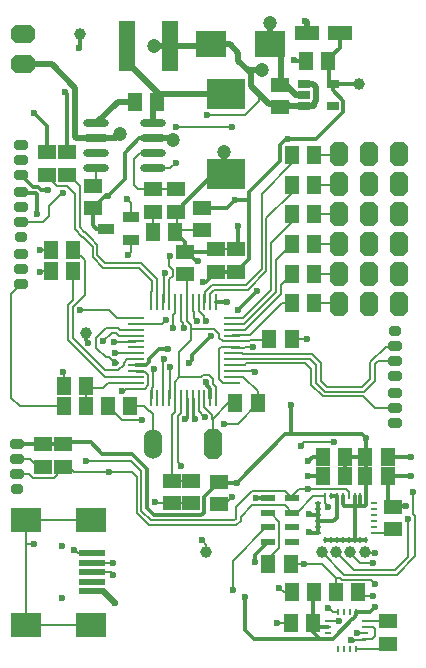
<source format=gtl>
%FSLAX25Y25*%
%MOIN*%
G70*
G01*
G75*
G04 Layer_Physical_Order=1*
G04 Layer_Color=255*
%ADD10R,0.05906X0.05118*%
%ADD11C,0.03937*%
%ADD12R,0.05118X0.05906*%
%ADD13R,0.10236X0.08661*%
%ADD14R,0.07874X0.04724*%
%ADD15R,0.12992X0.09843*%
%ADD16R,0.05118X0.06299*%
%ADD17R,0.05512X0.03543*%
%ADD18R,0.09843X0.07874*%
%ADD19R,0.09055X0.01969*%
%ADD20R,0.05512X0.16535*%
%ADD21O,0.08661X0.02362*%
%ADD22R,0.04331X0.02559*%
%ADD23O,0.00984X0.05906*%
%ADD24O,0.05906X0.00984*%
%ADD25R,0.02362X0.00984*%
%ADD26R,0.00984X0.02362*%
%ADD27R,0.02165X0.00984*%
%ADD28R,0.00984X0.02165*%
%ADD29R,0.05118X0.02165*%
%ADD30C,0.02000*%
%ADD31C,0.00800*%
%ADD32C,0.01969*%
%ADD33C,0.01200*%
%ADD34C,0.01000*%
%ADD35C,0.01181*%
%ADD36C,0.00787*%
%ADD37C,0.02362*%
G04:AMPARAMS|DCode=38|XSize=35.43mil|YSize=47.24mil|CornerRadius=0mil|HoleSize=0mil|Usage=FLASHONLY|Rotation=90.000|XOffset=0mil|YOffset=0mil|HoleType=Round|Shape=Octagon|*
%AMOCTAGOND38*
4,1,8,-0.02362,-0.00886,-0.02362,0.00886,-0.01476,0.01772,0.01476,0.01772,0.02362,0.00886,0.02362,-0.00886,0.01476,-0.01772,-0.01476,-0.01772,-0.02362,-0.00886,0.0*
%
%ADD38OCTAGOND38*%

G04:AMPARAMS|DCode=39|XSize=80mil|YSize=60mil|CornerRadius=0mil|HoleSize=0mil|Usage=FLASHONLY|Rotation=90.000|XOffset=0mil|YOffset=0mil|HoleType=Round|Shape=Octagon|*
%AMOCTAGOND39*
4,1,8,0.01500,0.04000,-0.01500,0.04000,-0.03000,0.02500,-0.03000,-0.02500,-0.01500,-0.04000,0.01500,-0.04000,0.03000,-0.02500,0.03000,0.02500,0.01500,0.04000,0.0*
%
%ADD39OCTAGOND39*%

G04:AMPARAMS|DCode=40|XSize=31.5mil|YSize=39.37mil|CornerRadius=0mil|HoleSize=0mil|Usage=FLASHONLY|Rotation=270.000|XOffset=0mil|YOffset=0mil|HoleType=Round|Shape=Octagon|*
%AMOCTAGOND40*
4,1,8,0.01969,0.00787,0.01969,-0.00787,0.01181,-0.01575,-0.01181,-0.01575,-0.01969,-0.00787,-0.01969,0.00787,-0.01181,0.01575,0.01181,0.01575,0.01969,0.00787,0.0*
%
%ADD40OCTAGOND40*%

G04:AMPARAMS|DCode=41|XSize=80mil|YSize=60mil|CornerRadius=0mil|HoleSize=0mil|Usage=FLASHONLY|Rotation=0.000|XOffset=0mil|YOffset=0mil|HoleType=Round|Shape=Octagon|*
%AMOCTAGOND41*
4,1,8,0.04000,-0.01500,0.04000,0.01500,0.02500,0.03000,-0.02500,0.03000,-0.04000,0.01500,-0.04000,-0.01500,-0.02500,-0.03000,0.02500,-0.03000,0.04000,-0.01500,0.0*
%
%ADD41OCTAGOND41*%

G04:AMPARAMS|DCode=42|XSize=100mil|YSize=60mil|CornerRadius=0mil|HoleSize=0mil|Usage=FLASHONLY|Rotation=270.000|XOffset=0mil|YOffset=0mil|HoleType=Round|Shape=Octagon|*
%AMOCTAGOND42*
4,1,8,-0.01500,-0.05000,0.01500,-0.05000,0.03000,-0.03500,0.03000,0.03500,0.01500,0.05000,-0.01500,0.05000,-0.03000,0.03500,-0.03000,-0.03500,-0.01500,-0.05000,0.0*
%
%ADD42OCTAGOND42*%

%ADD43O,0.06000X0.10000*%
%ADD44C,0.04724*%
D10*
X482480Y367323D02*
D03*
Y374803D02*
D03*
X518504Y195866D02*
D03*
Y188386D02*
D03*
X467717Y312402D02*
D03*
Y319882D02*
D03*
X462205Y242323D02*
D03*
Y234842D02*
D03*
X461024Y312402D02*
D03*
Y319882D02*
D03*
X420079Y341142D02*
D03*
Y333661D02*
D03*
X450787Y311614D02*
D03*
Y319094D02*
D03*
X452756Y242717D02*
D03*
Y235236D02*
D03*
X446457Y242717D02*
D03*
Y235236D02*
D03*
X440158Y339961D02*
D03*
Y332480D02*
D03*
X447638Y339961D02*
D03*
Y332480D02*
D03*
X456299Y326181D02*
D03*
Y333661D02*
D03*
X520079Y226575D02*
D03*
Y234055D02*
D03*
X404724Y352165D02*
D03*
Y344685D02*
D03*
X411417Y352165D02*
D03*
Y344685D02*
D03*
X410236Y247441D02*
D03*
Y254921D02*
D03*
X403543Y247441D02*
D03*
Y254921D02*
D03*
D11*
X417717Y291929D02*
D03*
X501181Y218898D02*
D03*
X505905D02*
D03*
X496360D02*
D03*
X510630D02*
D03*
X415748Y391732D02*
D03*
X508858Y375000D02*
D03*
X457874Y218898D02*
D03*
D12*
X441535Y368898D02*
D03*
X434055D02*
D03*
X498622Y382677D02*
D03*
X491142D02*
D03*
X478937Y290158D02*
D03*
X486417D02*
D03*
X425000Y267717D02*
D03*
X432480D02*
D03*
X475000Y268504D02*
D03*
X467520D02*
D03*
X510827Y250787D02*
D03*
X518307D02*
D03*
X510827Y244488D02*
D03*
X518307D02*
D03*
X504134D02*
D03*
X496654D02*
D03*
X504134Y250787D02*
D03*
X496654D02*
D03*
X493504Y195276D02*
D03*
X486024D02*
D03*
X493898Y205512D02*
D03*
X486417D02*
D03*
X478543Y214961D02*
D03*
X486024D02*
D03*
X508465Y205512D02*
D03*
X500984D02*
D03*
X410433Y267717D02*
D03*
X417913D02*
D03*
X417913Y274410D02*
D03*
X410433D02*
D03*
X439961Y325590D02*
D03*
X447441D02*
D03*
X486417Y351181D02*
D03*
X493898D02*
D03*
X486417Y341339D02*
D03*
X493898D02*
D03*
X486417Y301969D02*
D03*
X493898D02*
D03*
X486417Y311811D02*
D03*
X493898D02*
D03*
X486417Y321654D02*
D03*
X493898D02*
D03*
X486417Y331496D02*
D03*
X493898D02*
D03*
D13*
X459449Y388189D02*
D03*
X479134D02*
D03*
D14*
X491339Y392126D02*
D03*
X502362D02*
D03*
D15*
X464567Y344882D02*
D03*
Y371654D02*
D03*
D16*
X413583Y312692D02*
D03*
X406102D02*
D03*
X413583Y319779D02*
D03*
X406102D02*
D03*
D17*
X424409Y326772D02*
D03*
X432677Y323031D02*
D03*
Y330512D02*
D03*
D18*
X419488Y194685D02*
D03*
Y229724D02*
D03*
X397835D02*
D03*
Y194685D02*
D03*
D19*
X419882Y205906D02*
D03*
Y209055D02*
D03*
Y212205D02*
D03*
Y215354D02*
D03*
Y218504D02*
D03*
D20*
X445866Y387795D02*
D03*
X431299D02*
D03*
D21*
X440158Y346831D02*
D03*
Y351831D02*
D03*
Y356831D02*
D03*
Y361831D02*
D03*
X421260Y346831D02*
D03*
Y351831D02*
D03*
Y356831D02*
D03*
Y361831D02*
D03*
D22*
X490551Y375000D02*
D03*
Y371260D02*
D03*
Y367520D02*
D03*
X500000D02*
D03*
Y375000D02*
D03*
D23*
X461221Y270276D02*
D03*
X459252D02*
D03*
X457283D02*
D03*
X455315D02*
D03*
X453346D02*
D03*
X451378D02*
D03*
X449409D02*
D03*
X447441D02*
D03*
X445472D02*
D03*
X443504D02*
D03*
X441535D02*
D03*
X439567D02*
D03*
Y302165D02*
D03*
X441535D02*
D03*
X443504D02*
D03*
X445472D02*
D03*
X447441D02*
D03*
X449409D02*
D03*
X451378D02*
D03*
X453346D02*
D03*
X455315D02*
D03*
X457283D02*
D03*
X459252D02*
D03*
X461221D02*
D03*
D24*
X434449Y275394D02*
D03*
Y277362D02*
D03*
Y279331D02*
D03*
Y281299D02*
D03*
Y283268D02*
D03*
Y285236D02*
D03*
Y287205D02*
D03*
Y289173D02*
D03*
Y291142D02*
D03*
Y293110D02*
D03*
Y295079D02*
D03*
Y297047D02*
D03*
X466339D02*
D03*
Y295079D02*
D03*
Y293110D02*
D03*
Y291142D02*
D03*
Y289173D02*
D03*
Y287205D02*
D03*
Y285236D02*
D03*
Y283268D02*
D03*
Y281299D02*
D03*
Y279331D02*
D03*
Y277362D02*
D03*
Y275394D02*
D03*
D25*
X495031Y235215D02*
D03*
Y233315D02*
D03*
Y231315D02*
D03*
Y229315D02*
D03*
Y227315D02*
D03*
Y225415D02*
D03*
X513631D02*
D03*
Y227315D02*
D03*
Y229315D02*
D03*
Y231315D02*
D03*
Y233315D02*
D03*
Y235215D02*
D03*
D26*
X497431Y223015D02*
D03*
X499431D02*
D03*
X501331D02*
D03*
X503331D02*
D03*
X505331D02*
D03*
X507331D02*
D03*
X509231D02*
D03*
X511231D02*
D03*
Y237615D02*
D03*
X509231D02*
D03*
X507331D02*
D03*
X505331D02*
D03*
X503331D02*
D03*
X501331D02*
D03*
X499431D02*
D03*
X497431D02*
D03*
D27*
X498524Y195866D02*
D03*
Y193898D02*
D03*
Y191929D02*
D03*
Y189961D02*
D03*
X510925D02*
D03*
Y191929D02*
D03*
Y193898D02*
D03*
Y195866D02*
D03*
D28*
X501772Y186713D02*
D03*
X503740D02*
D03*
X505709D02*
D03*
X507677D02*
D03*
Y199114D02*
D03*
X505709D02*
D03*
X503740D02*
D03*
X501772D02*
D03*
D29*
X486614Y222244D02*
D03*
Y227165D02*
D03*
Y232087D02*
D03*
Y237008D02*
D03*
X478346Y222244D02*
D03*
Y227165D02*
D03*
Y232087D02*
D03*
Y237008D02*
D03*
D30*
X445669Y387598D02*
X445866Y387795D01*
X440354Y387598D02*
X445669D01*
X471686Y379527D02*
X472850Y378362D01*
X468504Y382709D02*
X471686Y379527D01*
X476574D01*
X475591Y371654D02*
X478937Y368307D01*
X472850Y374394D02*
X475591Y371654D01*
X468504Y382709D02*
Y385433D01*
X472850Y374394D02*
Y378362D01*
X442126Y371654D02*
X464567D01*
X490551Y367520D02*
X493898D01*
Y368634D01*
X414823Y356831D02*
X421260D01*
X414173Y357480D02*
X414823Y356831D01*
X414173Y357480D02*
Y373622D01*
X406299Y381496D02*
X414173Y373622D01*
X396850Y381496D02*
X406299D01*
X428327Y368898D02*
X434055D01*
X421260Y361831D02*
X428327Y368898D01*
X465748Y388189D02*
X468504Y385433D01*
X459449Y388189D02*
X465748D01*
X459055Y387795D02*
X459449Y388189D01*
X445866Y387795D02*
X459055D01*
X441535Y372244D02*
X442126Y371654D01*
X431299Y382480D02*
Y387795D01*
Y382480D02*
X441535Y372244D01*
Y368898D02*
Y372244D01*
X440158Y367520D02*
X441535Y368898D01*
X440158Y361831D02*
Y367520D01*
X427697Y356831D02*
X429134Y358268D01*
X490551Y375000D02*
X493504D01*
X494504Y374000D01*
X485630Y367520D02*
X490551D01*
X484842Y368307D02*
X485630Y367520D01*
X478937Y368307D02*
X484842D01*
X493898Y368634D02*
X494504Y369240D01*
Y374000D01*
X421260Y356831D02*
X427697D01*
D31*
X475591Y369488D02*
Y371654D01*
X470866Y364764D02*
X475591Y369488D01*
X458071Y364764D02*
X470866D01*
X458070Y364763D02*
X458071Y364764D01*
X434680Y279100D02*
X437571D01*
X438589Y278082D01*
Y274674D02*
Y278082D01*
X491339Y239902D02*
Y240158D01*
Y239902D02*
X491732D01*
X504505Y239984D02*
X505331Y239158D01*
X491732Y239902D02*
X491813Y239984D01*
X504505D01*
X505331Y237615D02*
Y239158D01*
X459252Y302165D02*
Y305057D01*
X521400Y211398D02*
X527565Y217564D01*
X496063Y218898D02*
X496360D01*
X520743Y212986D02*
X525197Y217440D01*
Y229921D01*
X501181Y218540D02*
X501442D01*
X510630D02*
X514137D01*
X447638Y360630D02*
X466535D01*
X440158Y346831D02*
X445650D01*
X421260Y342323D02*
Y346831D01*
X420079Y341142D02*
X421260Y342323D01*
X440158Y339961D02*
X447638D01*
X435236D02*
X440158D01*
X433858Y341339D02*
X435236Y339961D01*
X433858Y341339D02*
Y350000D01*
X435689Y351831D01*
X440158D01*
X457087Y296850D02*
Y297502D01*
X453728Y297060D02*
X453937Y296850D01*
X396063Y328976D02*
X403386D01*
X439961Y332283D02*
X440158Y332480D01*
X439961Y325590D02*
Y332283D01*
X392913Y305118D02*
X396063Y308268D01*
X392913Y270472D02*
Y305118D01*
Y270472D02*
X395669Y267717D01*
X410433D01*
X474616Y285046D02*
X493177D01*
X470268D02*
X472628D01*
X474603Y285033D02*
X474616Y285046D01*
X472628D02*
X472641Y285033D01*
X475273Y283458D02*
X492520D01*
X475261Y283446D02*
X475273Y283458D01*
X473621Y279528D02*
X474015Y279133D01*
X472835Y279528D02*
X473621D01*
X471326Y281858D02*
X475918D01*
X471983Y283446D02*
X475261D01*
X472641Y285033D02*
X474603D01*
X471971Y283458D02*
X471983Y283446D01*
X470268Y283458D02*
X471971D01*
X472638Y279331D02*
X472835Y279528D01*
X466339Y279331D02*
X472638D01*
X462795Y287205D02*
X466339D01*
X462198Y286608D02*
X462795Y287205D01*
X462198Y276642D02*
Y286608D01*
Y276642D02*
X463447Y275394D01*
X466339D01*
Y289173D02*
X466535Y289370D01*
X472241D01*
X466554Y291357D02*
X472459D01*
X466339Y291142D02*
X466554Y291357D01*
X472641Y289770D02*
X478550D01*
X472459Y291357D02*
X483070Y301969D01*
X472241Y289370D02*
X472641Y289770D01*
X466535Y287008D02*
X470472D01*
X466339Y287205D02*
X466535Y287008D01*
X470472D02*
X470866Y287402D01*
X478550Y289770D02*
X478937Y290158D01*
X470866Y287402D02*
X473622D01*
X475931Y281871D02*
X490939D01*
X475918Y281858D02*
X475931Y281871D01*
X471313D02*
X471326Y281858D01*
X471241Y281871D02*
X471313D01*
X466339Y281299D02*
X470669D01*
X471241Y281871D01*
X470078Y285236D02*
X470268Y285046D01*
X466339Y285236D02*
X470078D01*
Y283268D02*
X470268Y283458D01*
X492520D02*
X494488Y281490D01*
X493177Y285046D02*
X496076Y282147D01*
X490939Y281871D02*
X492901Y279909D01*
Y274669D02*
Y279909D01*
Y274669D02*
X496729Y270841D01*
X510261D01*
X514055Y267047D01*
X520866D01*
X460000Y263228D02*
X465276Y268504D01*
X515237Y282677D02*
X520866D01*
X514186Y281626D02*
X515237Y282677D01*
X517717Y287402D02*
X520866D01*
X512598Y282283D02*
X517717Y287402D01*
X413583Y303035D02*
Y312692D01*
X411792Y301245D02*
X413583Y303035D01*
Y319779D02*
X413884D01*
X413379Y300587D02*
X417329Y304537D01*
X421253Y290351D02*
X424615Y293713D01*
X428346Y281889D02*
X428346Y281890D01*
X427368Y282868D02*
X428346Y281890D01*
X426378Y292126D02*
X427953D01*
X423622Y289370D02*
X426378Y292126D01*
X427165Y288976D02*
X434251D01*
X421253Y287015D02*
X424409Y283858D01*
X428539Y279521D02*
X430309Y281290D01*
Y282019D02*
X431558Y283268D01*
X430309Y281290D02*
Y282019D01*
X431558Y283268D02*
X434449D01*
X427558Y281889D02*
X428346D01*
X425391Y283858D02*
X426381Y282868D01*
X424409Y283858D02*
X425391D01*
X428937Y291142D02*
X434449D01*
X427953Y292126D02*
X428937Y291142D01*
X424615Y293713D02*
X428610D01*
X429213Y293110D01*
X434449D01*
X427362Y285236D02*
X434449D01*
X426381Y282868D02*
X427368D01*
X413779Y219685D02*
X414961Y218504D01*
X419882D01*
X413779Y245669D02*
X425591D01*
X423621Y289370D02*
X423622D01*
X417717Y273819D02*
X417913Y273622D01*
Y267717D02*
Y273622D01*
X417717Y273819D02*
X423425D01*
X425000Y275394D01*
X434449D01*
X410236Y246943D02*
Y247441D01*
X406988Y243694D02*
X410236Y246943D01*
X400099Y243694D02*
X406988D01*
X398675Y245118D02*
X400099Y243694D01*
X394882Y245118D02*
X398675D01*
X394882Y250118D02*
X399095D01*
X401772Y247441D01*
X403543D01*
X412008D02*
X413779Y245669D01*
X410236Y247441D02*
X412008D01*
X486614Y237795D02*
X488721Y239902D01*
X486614Y237008D02*
Y237795D01*
X493520Y237615D02*
X497431D01*
X484055Y234646D02*
X486614Y232087D01*
X469291Y229264D02*
Y230709D01*
X473228Y234646D01*
X479331Y232087D02*
X482283Y229134D01*
Y220472D02*
Y229134D01*
X478346Y232087D02*
X479331D01*
X478543Y216732D02*
X482283Y220472D01*
X478543Y214961D02*
Y216732D01*
X453728Y297060D02*
Y298832D01*
X455315Y299274D02*
X457087Y297502D01*
X455315Y299274D02*
Y302165D01*
X453346Y299213D02*
Y302165D01*
Y299213D02*
X453728Y298832D01*
X443504Y302165D02*
X443701Y302362D01*
X450787Y311614D02*
X451378Y311024D01*
Y302165D02*
Y311024D01*
X427165Y288976D02*
Y289765D01*
X434251Y288976D02*
X434449Y289173D01*
X428150Y297047D02*
X434449D01*
X425591Y299606D02*
X428150Y297047D01*
X415748Y299606D02*
X425591D01*
X439567Y270276D02*
X439761Y270469D01*
X445472Y270276D02*
X445669Y270472D01*
Y280709D01*
X443301Y270479D02*
Y281690D01*
Y270479D02*
X443504Y270276D01*
Y281893D02*
Y282874D01*
X443301Y281690D02*
X443504Y281893D01*
X443307Y283071D02*
X443504Y282874D01*
X514186Y276114D02*
Y281626D01*
X510500Y272428D02*
X514186Y276114D01*
X497387Y272428D02*
X510500D01*
X494488Y275327D02*
Y281490D01*
Y275327D02*
X497387Y272428D01*
X512598Y276772D02*
Y282283D01*
X509842Y274016D02*
X512598Y276772D01*
X498044Y274016D02*
X509842D01*
X496076Y275984D02*
X498044Y274016D01*
X496076Y275984D02*
Y282147D01*
X466339Y283268D02*
X470078D01*
X501732Y301969D02*
X502205Y301496D01*
X493898Y301969D02*
X501732D01*
X501890Y311811D02*
X502205Y311496D01*
X493898Y311811D02*
X501890D01*
X497401Y321496D02*
X502205D01*
X497243Y321654D02*
X497401Y321496D01*
X493898Y321654D02*
X497243D01*
X493898Y331496D02*
X502205D01*
X502047Y341339D02*
X502205Y341496D01*
X493898Y341339D02*
X502047D01*
X501890Y351181D02*
X502205Y351496D01*
X493898Y351181D02*
X501890D01*
X457874Y218898D02*
Y221260D01*
X456299Y222835D02*
X457874Y221260D01*
X448313Y248932D02*
X449606Y247638D01*
X448313Y248932D02*
Y264367D01*
X446457Y242717D02*
X452756D01*
X446457D02*
Y264756D01*
X447441Y265740D01*
Y270276D01*
X448313Y264367D02*
X449409Y265464D01*
Y270276D01*
X457283Y267384D02*
X458532Y266135D01*
X457283Y267384D02*
Y270276D01*
X458532Y266135D02*
X458532D01*
X459848Y264820D01*
Y263380D02*
Y264820D01*
X455315Y265945D02*
X457254Y264006D01*
X457312D01*
X459848Y263380D02*
X460000Y263228D01*
X455315Y265945D02*
Y270276D01*
X432480Y267717D02*
X437266D01*
X438847Y266135D01*
X438983D01*
X440000Y265118D01*
Y255118D02*
Y265118D01*
X419882Y212205D02*
X425984D01*
X426772Y211417D01*
X419882Y215354D02*
X419882Y215354D01*
X426772D01*
X465276Y268504D02*
X467520D01*
X460000Y255118D02*
Y263228D01*
X448819Y277165D02*
Y285827D01*
X447441Y270276D02*
Y275787D01*
X448819Y277165D01*
X462604Y307887D02*
X470996D01*
X462598Y307893D02*
X462604Y307887D01*
X457515Y302396D02*
Y305564D01*
X457283Y302165D02*
X457515Y302396D01*
X461946Y306299D02*
X471654D01*
X461940Y306306D02*
X461946Y306299D01*
X466339Y293110D02*
X470791D01*
X466339Y295079D02*
X470514D01*
X466339Y297047D02*
X470238D01*
X483070Y301969D02*
X486417D01*
X489370Y254331D02*
X490551Y255512D01*
X500394D01*
X411792Y289699D02*
X424128Y277362D01*
X413379Y290356D02*
X424215Y279521D01*
X421253Y287015D02*
Y290351D01*
X413379Y290356D02*
Y300587D01*
X424215Y279521D02*
X428539D01*
X411792Y289699D02*
Y301245D01*
X424128Y277362D02*
X434449D01*
X445650Y346831D02*
X447638Y348819D01*
X405512Y334252D02*
X410236Y338976D01*
X403386Y328976D02*
X405512Y331102D01*
Y334252D01*
X413884Y319779D02*
X417329Y316334D01*
Y304537D02*
Y316334D01*
X421595Y318052D02*
Y321319D01*
X419291Y323622D02*
X421595Y321319D01*
X420008Y317394D02*
Y320661D01*
X417329Y323339D02*
X420008Y320661D01*
X417329Y323339D02*
Y323420D01*
X416634Y324116D02*
X417329Y323420D01*
X416553Y324116D02*
X416634D01*
X414161Y326508D02*
X416553Y324116D01*
X417210Y325703D02*
X417291D01*
X415748Y327165D02*
X417210Y325703D01*
X419291Y323622D02*
Y323703D01*
X417291Y325703D02*
X419291Y323703D01*
X421595Y318052D02*
X424280Y315367D01*
X436091D01*
X441535Y302165D02*
Y305905D01*
X436091Y315367D02*
X441345Y310113D01*
Y306095D02*
X441535Y305905D01*
X441345Y306095D02*
Y310113D01*
X420008Y317394D02*
X423622Y313779D01*
X435433D01*
X439567Y302165D02*
Y305905D01*
X435433Y313779D02*
X439757Y309455D01*
X439567Y305905D02*
X439757Y306095D01*
Y309455D01*
X414161Y326508D02*
Y338402D01*
X411624Y340939D02*
X414161Y338402D01*
X404724Y344187D02*
X407973Y340939D01*
X410236Y338570D02*
Y338976D01*
X407973Y340939D02*
X411624D01*
X404724Y344187D02*
Y344685D01*
X415748Y327165D02*
Y340945D01*
X412008Y344685D02*
X415748Y340945D01*
X411417Y344685D02*
X412008D01*
X432677Y318898D02*
Y323031D01*
X431890Y318110D02*
X432677Y318898D01*
Y330512D02*
Y335433D01*
X431496Y336614D02*
X432677Y335433D01*
X470791Y293110D02*
X482671Y304991D01*
Y308065D01*
X486417Y311811D01*
X470514Y295079D02*
X481083Y305648D01*
Y316320D01*
X486417Y321654D01*
X470238Y297047D02*
X479496Y306306D01*
Y321923D01*
X486417Y328845D01*
Y331496D01*
X471654Y306299D02*
X477909Y312554D01*
Y330178D01*
X486417Y338687D01*
Y341339D01*
X470996Y307887D02*
X476321Y313212D01*
Y338434D01*
X486417Y348530D01*
Y351181D01*
X473228Y234646D02*
X473422D01*
X473428Y234639D01*
X475390D01*
X475397Y234646D01*
X484055D01*
X473235Y239376D02*
X484246D01*
X467704Y233846D02*
X473235Y239376D01*
X484246D02*
X486614Y237008D01*
X461221Y270276D02*
Y274009D01*
X460267Y274962D02*
X461221Y274009D01*
X448819Y277165D02*
X456099D01*
X456892Y277958D01*
X458854D01*
X460267Y276546D01*
Y274962D02*
Y276546D01*
X513631Y225415D02*
X518919D01*
X520079Y226575D01*
X443307Y283071D02*
X443700Y283464D01*
X432941Y249213D02*
X436221Y245933D01*
Y239176D02*
Y245933D01*
X436213Y239169D02*
X436221Y239176D01*
X434626Y232027D02*
Y239827D01*
X434633Y239834D01*
X436213Y232684D02*
Y239169D01*
X438738Y227915D02*
X467943D01*
X436213Y232684D02*
X439395Y229502D01*
X467943Y227915D02*
X469291Y229264D01*
X434626Y232027D02*
X438738Y227915D01*
X439395Y229502D02*
X467285D01*
X467704Y229921D01*
Y233846D01*
X424209Y249206D02*
X424216Y249213D01*
X432941D01*
X417717D02*
X417723Y249206D01*
X424209D01*
X445668Y318110D02*
X445670D01*
X446063Y317717D01*
X445472Y317126D02*
X446063Y317717D01*
X498424Y200786D02*
X498425Y200787D01*
X498424Y200393D02*
Y200786D01*
X497431Y235215D02*
X498099Y234546D01*
X497431Y235215D02*
Y237615D01*
X498524Y195866D02*
X498819Y196161D01*
X498425Y200787D02*
X500098Y199114D01*
X501772D01*
X498819Y196161D02*
X501869D01*
X501967Y196063D01*
X488721Y239902D02*
X491339D01*
X451378Y302165D02*
X451569Y301975D01*
Y295869D02*
Y301975D01*
X446850Y298111D02*
X447441Y298701D01*
Y301575D01*
X449981Y294113D02*
Y295294D01*
X449409Y295866D02*
X449981Y295294D01*
X449409Y295866D02*
Y300295D01*
X450387Y293701D02*
X450394D01*
X449981Y294113D02*
X450394Y293701D01*
X448819Y285827D02*
X452756Y289764D01*
X434449Y295079D02*
X443110D01*
X444488Y296457D01*
X446850Y297444D02*
X446857Y297438D01*
X446850Y297444D02*
Y298111D01*
Y293701D02*
X446857Y293707D01*
Y297438D01*
X463447Y289173D02*
X466339D01*
X451569Y295869D02*
X452756Y294682D01*
Y289764D02*
Y293307D01*
Y294682D01*
X458461Y293307D02*
X458467Y293313D01*
X452756Y293307D02*
X458461D01*
X462198Y290422D02*
Y291543D01*
X460429Y293313D02*
X462198Y291543D01*
X458467Y293313D02*
X460429D01*
X462198Y290422D02*
X463447Y289173D01*
X445668Y317716D02*
Y318110D01*
X397835Y194685D02*
X419488D01*
X397835Y229724D02*
X419488D01*
X397835Y221654D02*
X400394D01*
X397835Y194685D02*
Y221654D01*
Y229724D01*
X481496Y195276D02*
X486024D01*
X483858Y205512D02*
X486417D01*
X482283Y207087D02*
X483858Y205512D01*
X486024Y214961D02*
X490551D01*
X477947Y227165D02*
X478346D01*
X466929Y216148D02*
X477947Y227165D01*
X466929Y206299D02*
Y216148D01*
X462205Y234842D02*
X463976D01*
X466535Y237402D01*
X452756Y235236D02*
Y237008D01*
X446457Y235236D02*
X452756D01*
X441535D02*
X446457D01*
X440945Y235827D02*
X441535Y235236D01*
X468307Y261811D02*
X475000Y268504D01*
X463779Y261811D02*
X468307D01*
X425000Y267717D02*
X429724Y262992D01*
X436614D01*
X434449Y279331D02*
X434680Y279100D01*
X439761Y273601D02*
X440176Y274016D01*
X439761Y270469D02*
Y273601D01*
X437402Y273487D02*
X438589Y274674D01*
X443700Y283464D02*
X443703Y283467D01*
X440176Y279547D02*
X440550Y279921D01*
X440176Y274016D02*
Y279547D01*
X443700Y283464D02*
Y283464D01*
X430967Y273487D02*
X437402D01*
X430202Y272722D02*
X430967Y273487D01*
X429809Y272722D02*
X429921Y272835D01*
X429809Y272722D02*
X430202D01*
X410433Y274410D02*
Y278937D01*
X410236Y279134D02*
X410433Y278937D01*
X466339Y277362D02*
X470276D01*
X475000Y272638D01*
Y268504D02*
Y272638D01*
X486417Y290158D02*
X491339D01*
X461024Y319882D02*
X467717D01*
X448032Y326181D02*
X454331D01*
X448032D02*
Y332087D01*
X447638Y332480D02*
X448032Y332087D01*
X486614Y232087D02*
X487992D01*
X493520Y237615D01*
X527565Y217564D02*
Y230902D01*
X526772Y231696D02*
X527565Y230902D01*
X443701Y302362D02*
Y311508D01*
X444260Y312067D01*
X445472Y302165D02*
Y309930D01*
X446629Y311086D01*
Y313048D01*
X445472Y314204D02*
X446629Y313048D01*
X445472Y314204D02*
Y317126D01*
X459252Y305057D02*
X460501Y306306D01*
X461940D01*
X457515Y305564D02*
X459843Y307893D01*
X462598D01*
X526772Y231696D02*
Y233265D01*
X526778Y233271D01*
X526772Y238976D02*
X526778Y238970D01*
Y233271D02*
Y238970D01*
X425591Y245669D02*
X433071D01*
X434633Y244107D01*
Y239834D02*
Y244107D01*
X505905Y218540D02*
X509091Y215354D01*
X513386D01*
X501442Y218540D02*
X506996Y212986D01*
X496360Y218898D02*
X503859Y211398D01*
X506996Y212986D02*
X520743D01*
X503859Y211398D02*
X521400D01*
X508463Y191929D02*
X510925D01*
X507677Y186713D02*
X520472D01*
X508267Y192126D02*
X508463Y191929D01*
X510925Y195866D02*
X518504D01*
X518504Y195866D01*
X519291D01*
X509646Y204331D02*
X513386D01*
X508465Y205512D02*
X509646Y204331D01*
X500984Y205512D02*
Y210433D01*
X496457Y214961D02*
X500984Y210433D01*
X490551Y214961D02*
X496457D01*
X512629Y209811D02*
X514172Y208267D01*
X503202Y209811D02*
X512629D01*
X502580Y210433D02*
X503202Y209811D01*
X500984Y210433D02*
X502580D01*
D32*
X482677Y375787D02*
Y384646D01*
X463779Y345669D02*
X464567Y344882D01*
X463779Y345669D02*
Y352362D01*
X440158Y356831D02*
X446319D01*
X446850Y356299D01*
X487402Y371260D02*
X490551D01*
X484789Y374213D02*
X487402Y371600D01*
X484252Y374213D02*
X484789D01*
X487402Y371260D02*
Y371600D01*
X479134Y388189D02*
Y394488D01*
X491339Y392126D02*
Y395669D01*
X490945Y396063D02*
X491339Y395669D01*
X419882Y205906D02*
X423622D01*
X427559Y201969D01*
X518307Y243307D02*
Y244488D01*
D33*
X474016Y217913D02*
X478346Y222244D01*
X474016Y215551D02*
Y217913D01*
X511062Y237446D02*
X511231Y237615D01*
X510630Y234252D02*
X511062Y234684D01*
Y237446D01*
X461221Y302165D02*
X464764D01*
X461024Y312402D02*
X467717D01*
X485039Y356693D02*
X494488D01*
X502648Y364853D01*
X502740D01*
X503553Y365666D01*
Y369374D01*
X500000Y372927D02*
X503553Y369374D01*
X500000Y372927D02*
Y375000D01*
X508858D02*
X509055Y375197D01*
X500000Y375000D02*
X508858D01*
X502362Y387008D02*
Y392126D01*
X498622Y383268D02*
X502362Y387008D01*
X498622Y382677D02*
Y383268D01*
Y382677D02*
X498819Y382480D01*
Y376181D02*
Y382480D01*
Y376181D02*
X500000Y375000D01*
X417717Y289764D02*
Y290945D01*
X418897Y288582D02*
X418898Y288583D01*
X418503Y288582D02*
X418897D01*
X417717Y289764D02*
X418898Y288583D01*
X464764Y333661D02*
X467323Y336221D01*
X454331Y333661D02*
X464764D01*
X482471Y349400D02*
Y354709D01*
X484455Y356693D01*
X485039D01*
X401575Y331496D02*
Y338189D01*
X467717Y312402D02*
Y312408D01*
X472057Y336221D02*
Y338967D01*
X472047Y338976D02*
X472057Y338967D01*
X472047Y338976D02*
X482471Y349400D01*
X467323Y336221D02*
X472057D01*
X509231Y223015D02*
X511231D01*
X507331D02*
X509231D01*
X505331D02*
X507331D01*
X497431D02*
X499431D01*
X501331D01*
X503331D01*
X505331D01*
X494882Y193898D02*
X498524D01*
X493504Y195276D02*
X494882Y193898D01*
X495866Y189961D02*
X498524D01*
X493504Y192323D02*
X495866Y189961D01*
X493504Y192323D02*
Y195276D01*
Y205118D01*
X493898Y205512D01*
X474409Y237008D02*
X478346D01*
X474409Y237008D02*
X474409Y237008D01*
X462402Y242126D02*
X468110D01*
X462205Y242323D02*
X462402Y242126D01*
X459221Y270307D02*
X459252Y270276D01*
X459221Y270307D02*
Y273481D01*
X457873Y274829D02*
X459221Y273481D01*
X457873Y274829D02*
Y275590D01*
X510827Y244488D02*
X511024Y244685D01*
X504134Y250787D02*
X510827D01*
X504134Y244488D02*
Y250787D01*
Y244488D02*
X504134Y244488D01*
X503331Y234858D02*
Y237615D01*
Y234858D02*
X503937Y234252D01*
X511231Y237615D02*
Y244084D01*
X510827Y244488D02*
X511231Y244084D01*
X509231Y234428D02*
Y237615D01*
X509055Y234252D02*
X509231Y234428D01*
X509055Y234252D02*
X510630D01*
X507331Y234402D02*
Y237615D01*
Y234402D02*
X507480Y234252D01*
X509055D01*
X507331Y223015D02*
Y234252D01*
Y234402D01*
X503937Y234252D02*
X507331D01*
X457677Y309055D02*
X461024Y312402D01*
X456693Y309055D02*
X457677D01*
X434449Y281299D02*
X434480Y281330D01*
X437654D02*
X438789Y282465D01*
X434480Y281330D02*
X437654D01*
X438789Y282465D02*
Y283277D01*
X442126Y286614D01*
X445276D01*
X410039Y255118D02*
X410236Y254921D01*
X440364Y231290D02*
X456283D01*
X419291Y255512D02*
X423228Y251575D01*
X410827Y255512D02*
X419291D01*
X410236Y254921D02*
X410827Y255512D01*
X394882Y255118D02*
X410039D01*
X509842Y258268D02*
X511024Y257087D01*
X468110Y242126D02*
X484252Y258268D01*
X511024Y244685D02*
Y257087D01*
X473819Y189961D02*
X495866D01*
X470866Y192913D02*
X473819Y189961D01*
X470866Y192913D02*
Y203937D01*
X486221Y258268D02*
Y268110D01*
X484252Y258268D02*
X486221D01*
X509842D01*
X411417Y352165D02*
Y371654D01*
X410630Y372441D02*
X411417Y371654D01*
X404724Y352165D02*
Y361024D01*
X400394Y365354D02*
X404724Y361024D01*
X433107Y251575D02*
X438008Y246673D01*
X423228Y251575D02*
X433107D01*
X438008Y233646D02*
Y246673D01*
Y233646D02*
X440364Y231290D01*
X453150Y284646D02*
X459448Y290944D01*
X453150Y283071D02*
Y284646D01*
X451968Y281890D02*
X453150Y283071D01*
X456283Y231290D02*
X457096Y232102D01*
Y237214D01*
X462205Y242323D01*
X400994Y338770D02*
X401575Y338189D01*
X396063Y338976D02*
X396269Y338770D01*
X400994D01*
X472057Y316748D02*
Y336221D01*
X467717Y312408D02*
X472057Y316748D01*
X506487Y196644D02*
X506776D01*
X500994Y190862D02*
Y191151D01*
X506487Y196644D01*
X506776D02*
X507588Y197457D01*
Y197746D01*
X507677Y197835D01*
Y199114D01*
X498524Y189961D02*
X500092D01*
X500994Y190862D01*
X512500Y199114D02*
X514173Y200787D01*
X507677Y199114D02*
X512500D01*
D34*
X451362Y263779D02*
Y266519D01*
X453756Y263386D02*
X454043D01*
X453362Y263779D02*
X453756Y263386D01*
X450681D02*
X450969D01*
X451362Y263779D01*
Y266519D02*
X451378Y266535D01*
Y270276D01*
X453362Y263779D02*
Y266519D01*
X453346Y266535D02*
X453362Y266519D01*
X453346Y266535D02*
Y270276D01*
D35*
X420079Y327953D02*
Y333661D01*
X421260Y326772D02*
X424409D01*
X420079Y327953D02*
X421260Y326772D01*
X506174Y189764D02*
X506299D01*
X506693Y189370D01*
X420079Y333661D02*
X424213Y337795D01*
X425197D01*
X415748Y387402D02*
Y391732D01*
X415354Y387008D02*
X415748Y387402D01*
X479134Y388189D02*
X482677Y384646D01*
X491142Y382677D02*
X491339Y382874D01*
X487402Y382677D02*
X491142D01*
X487008Y383071D02*
X487402Y382677D01*
X518307Y250787D02*
X525591D01*
X525591Y250787D01*
X525984D01*
X491732Y244488D02*
X496654D01*
X493307Y250787D02*
X496654D01*
X491732Y249213D02*
X493307Y250787D01*
X499431Y237615D02*
X501331D01*
Y230465D02*
Y237615D01*
X500181Y229315D02*
X501331Y230465D01*
X495031Y229315D02*
X500181D01*
X495031Y225415D02*
Y227315D01*
Y229315D01*
Y231315D01*
Y233315D01*
Y235215D01*
X491950Y225415D02*
X492126Y225590D01*
X491950Y225415D02*
X495031D01*
X492307Y231315D02*
X495031D01*
X492126Y231496D02*
X492307Y231315D01*
X482677Y375787D02*
X484252Y374213D01*
X479134Y394488D02*
Y395276D01*
X518307Y235827D02*
X520079Y234055D01*
X518307Y235827D02*
Y243307D01*
Y244488D02*
X525984D01*
X460236Y319094D02*
X461024Y319882D01*
X425197Y337795D02*
X430709Y343307D01*
Y351969D01*
X435571Y356831D01*
X440158D01*
X447638Y332480D02*
X460039Y344882D01*
X464567D01*
X402797Y339764D02*
X405118D01*
X401813Y340748D02*
X402797Y339764D01*
X400039Y340748D02*
X401813D01*
X396063Y344724D02*
X400039Y340748D01*
X468504Y299606D02*
X474803Y305906D01*
X450787Y319094D02*
Y322244D01*
X447441Y325590D02*
X450787Y322244D01*
Y319094D02*
X451378D01*
X454724Y315748D02*
X455118Y316142D01*
X451378Y319094D02*
X454724Y315748D01*
X451378Y319094D02*
X460236D01*
X467717Y319882D02*
X468504Y320669D01*
Y327559D01*
X520276Y234252D02*
X524409D01*
X520079Y234055D02*
X520276Y234252D01*
D36*
X402362Y312205D02*
X402850Y312692D01*
X406102D01*
X402456Y319779D02*
X406102D01*
X402362Y319685D02*
X402456Y319779D01*
X510925Y189961D02*
X513189D01*
X514173Y190945D01*
Y193307D01*
X513583Y193898D02*
X514173Y193307D01*
X510925Y193898D02*
X513583D01*
X510728Y189763D02*
X510925Y189961D01*
X507086Y189763D02*
X510728D01*
X506693Y189370D02*
X507086Y189763D01*
D37*
X409646Y220866D02*
D03*
Y203544D02*
D03*
X487008Y383071D02*
D03*
X458070Y364763D02*
D03*
X440550Y279921D02*
D03*
X464764Y302165D02*
D03*
X485039Y356693D02*
D03*
X526772Y238976D02*
D03*
X447638Y360630D02*
D03*
X466535D02*
D03*
X457874Y296063D02*
D03*
X431890Y318110D02*
D03*
X431496Y336614D02*
D03*
X474015Y279133D02*
D03*
X473622Y287402D02*
D03*
X427558Y281889D02*
D03*
X427362Y285236D02*
D03*
X427165Y288976D02*
D03*
X423621Y289370D02*
D03*
X415748Y299606D02*
D03*
X425591Y245669D02*
D03*
X417717Y249213D02*
D03*
X445669Y280709D02*
D03*
X456299Y222835D02*
D03*
X449606Y247638D02*
D03*
X457312Y264006D02*
D03*
X454043Y263386D02*
D03*
X450681D02*
D03*
X426772Y211417D02*
D03*
Y215354D02*
D03*
X489370Y254331D02*
D03*
X500394Y255512D02*
D03*
X418503Y288582D02*
D03*
X447638Y348819D02*
D03*
X467323Y336221D02*
D03*
X401575Y331496D02*
D03*
X446850Y293701D02*
D03*
X410236Y338570D02*
D03*
X474016Y215551D02*
D03*
X474409Y237008D02*
D03*
X468110Y242126D02*
D03*
X457873Y275590D02*
D03*
X511024Y257087D02*
D03*
X445276Y286614D02*
D03*
X470866Y203937D02*
D03*
X486221Y268110D02*
D03*
X498425Y233858D02*
D03*
X498424Y200393D02*
D03*
X491732Y239902D02*
D03*
X410630Y372441D02*
D03*
X400394Y365354D02*
D03*
X444488Y296457D02*
D03*
X450387Y293701D02*
D03*
X454724Y296063D02*
D03*
X459448Y290944D02*
D03*
X451968Y281890D02*
D03*
X402362Y312205D02*
D03*
Y319685D02*
D03*
X445668Y317716D02*
D03*
X413779Y219685D02*
D03*
X400394Y221654D02*
D03*
X506174Y189764D02*
D03*
X501967Y196063D02*
D03*
X481496Y195276D02*
D03*
X482283Y207087D02*
D03*
X490551Y214961D02*
D03*
X466929Y206299D02*
D03*
X466535Y237402D02*
D03*
X440945Y235827D02*
D03*
X463779Y261811D02*
D03*
X436614Y262992D02*
D03*
X443703Y283467D02*
D03*
X429809Y272722D02*
D03*
X410236Y279134D02*
D03*
X491339Y290158D02*
D03*
X425197Y337795D02*
D03*
X415354Y387008D02*
D03*
X490945Y396063D02*
D03*
X525984Y244488D02*
D03*
Y250787D02*
D03*
X491732Y244488D02*
D03*
Y249213D02*
D03*
X492126Y225590D02*
D03*
Y231496D02*
D03*
X427559Y201969D02*
D03*
X525197Y229921D02*
D03*
X444260Y312067D02*
D03*
X405118Y339764D02*
D03*
X468504Y299606D02*
D03*
X474803Y305906D02*
D03*
X456693Y309055D02*
D03*
X455118Y316142D02*
D03*
X468504Y327559D02*
D03*
X524409Y234252D02*
D03*
X513386Y215354D02*
D03*
X514137Y218540D02*
D03*
X513386Y204331D02*
D03*
X508267Y192126D02*
D03*
X514173Y200787D02*
D03*
X514172Y208267D02*
D03*
D38*
X396063Y344724D02*
D03*
Y349724D02*
D03*
Y354724D02*
D03*
X520866Y277559D02*
D03*
Y282559D02*
D03*
Y287559D02*
D03*
Y262047D02*
D03*
Y267047D02*
D03*
Y272047D02*
D03*
X394882Y255118D02*
D03*
Y250118D02*
D03*
Y245118D02*
D03*
X396063Y318268D02*
D03*
Y313268D02*
D03*
Y308268D02*
D03*
Y338976D02*
D03*
Y333976D02*
D03*
Y328976D02*
D03*
D39*
X522205Y351496D02*
D03*
X512205D02*
D03*
X502205D02*
D03*
X522205Y341496D02*
D03*
X512205D02*
D03*
X502205D02*
D03*
X522205Y331496D02*
D03*
X512205D02*
D03*
X502205D02*
D03*
X522205Y321496D02*
D03*
X512205D02*
D03*
X502205D02*
D03*
X522205Y311496D02*
D03*
X512205D02*
D03*
X502205D02*
D03*
X522205Y301496D02*
D03*
X512205D02*
D03*
X502205D02*
D03*
D40*
X520866Y292559D02*
D03*
X394882Y240118D02*
D03*
X396063Y323976D02*
D03*
D41*
X396850Y381496D02*
D03*
Y391496D02*
D03*
D42*
X460000Y255118D02*
D03*
D43*
X440000D02*
D03*
D44*
X440354Y387598D02*
D03*
X476574Y379527D02*
D03*
X463779Y352362D02*
D03*
X446850Y356299D02*
D03*
X429134Y358268D02*
D03*
X479134Y395276D02*
D03*
M02*

</source>
